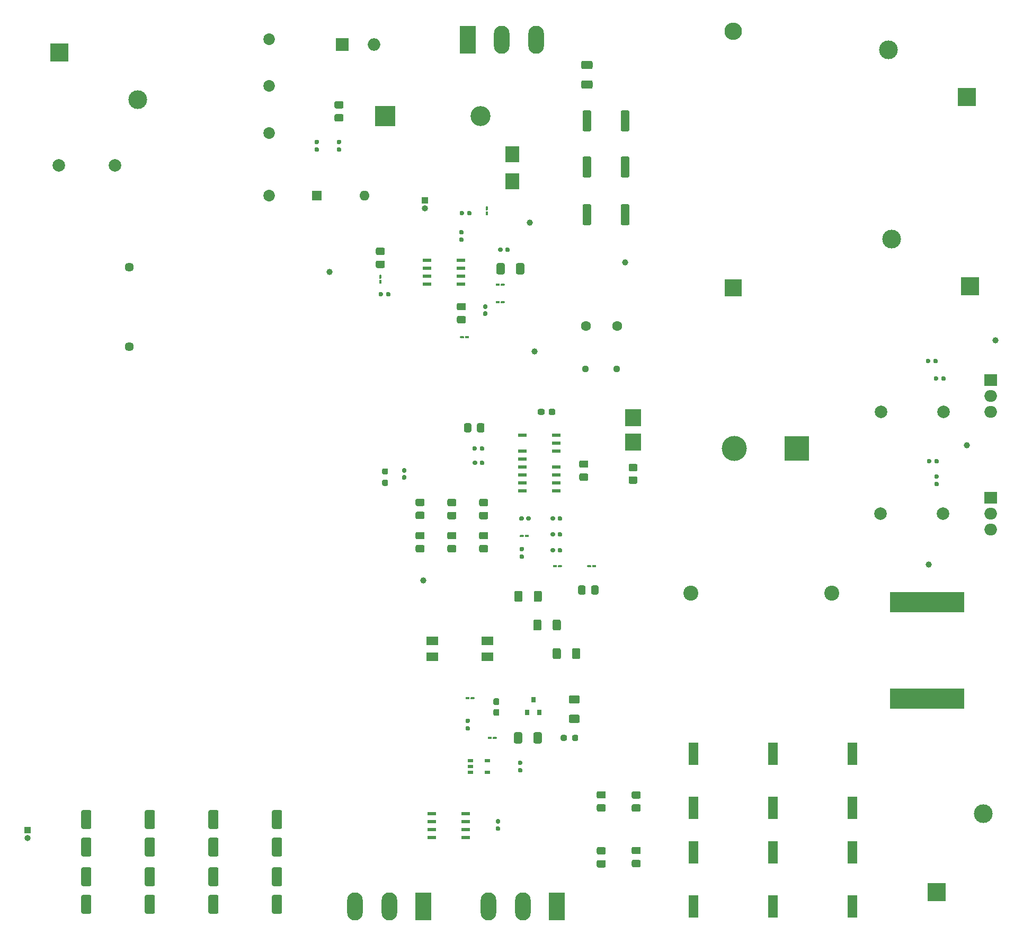
<source format=gbr>
%TF.GenerationSoftware,KiCad,Pcbnew,(5.1.8)-1*%
%TF.CreationDate,2021-03-07T20:35:29-08:00*%
%TF.ProjectId,KiCAD Simulations,4b694341-4420-4536-996d-756c6174696f,rev?*%
%TF.SameCoordinates,Original*%
%TF.FileFunction,Soldermask,Top*%
%TF.FilePolarity,Negative*%
%FSLAX46Y46*%
G04 Gerber Fmt 4.6, Leading zero omitted, Abs format (unit mm)*
G04 Created by KiCad (PCBNEW (5.1.8)-1) date 2021-03-07 20:35:29*
%MOMM*%
%LPD*%
G01*
G04 APERTURE LIST*
%ADD10C,1.000000*%
%ADD11O,1.600000X1.600000*%
%ADD12R,1.600000X1.600000*%
%ADD13C,2.000000*%
%ADD14R,11.912600X3.240799*%
%ADD15O,2.000000X2.000000*%
%ADD16R,2.000000X2.000000*%
%ADD17O,3.200000X3.200000*%
%ADD18R,3.200000X3.200000*%
%ADD19O,2.800000X2.800000*%
%ADD20R,2.800000X2.800000*%
%ADD21C,3.000000*%
%ADD22R,3.000000X3.000000*%
%ADD23O,1.000000X1.000000*%
%ADD24R,1.000000X1.000000*%
%ADD25C,1.447800*%
%ADD26R,1.492199X3.600399*%
%ADD27R,0.972299X0.508000*%
%ADD28R,1.842999X1.447000*%
%ADD29R,1.454899X0.558000*%
%ADD30R,2.500000X2.710000*%
%ADD31C,1.117600*%
%ADD32C,2.400000*%
%ADD33C,4.000000*%
%ADD34R,4.000000X4.000000*%
%ADD35O,2.500000X4.500000*%
%ADD36R,2.500000X4.500000*%
%ADD37O,2.000000X1.905000*%
%ADD38R,2.000000X1.905000*%
%ADD39R,0.800000X0.900000*%
%ADD40C,1.600000*%
%ADD41C,1.854200*%
%ADD42R,2.300000X2.500000*%
G04 APERTURE END LIST*
D10*
%TO.C,TPvsense1*%
X150114000Y-56642000D03*
%TD*%
%TO.C,TPlo1*%
X209296000Y-69088000D03*
%TD*%
%TO.C,TPisns1*%
X135636000Y-70866000D03*
%TD*%
%TO.C,TPisense1*%
X102870000Y-58166000D03*
%TD*%
%TO.C,TPhs1*%
X198628000Y-104902000D03*
%TD*%
%TO.C,TPho1*%
X204724000Y-85852000D03*
%TD*%
%TO.C,TPgate1*%
X134874000Y-50292000D03*
%TD*%
%TO.C,TPblk1*%
X117856000Y-107442000D03*
%TD*%
D11*
%TO.C,Disense1*%
X108458000Y-45974000D03*
D12*
X100838000Y-45974000D03*
%TD*%
D13*
%TO.C,Cr1*%
X190914000Y-96774000D03*
X200914000Y-96774000D03*
%TD*%
D14*
%TO.C,Lr1*%
X198374000Y-110944399D03*
X198374000Y-126291601D03*
%TD*%
D15*
%TO.C,Dstart1*%
X109982000Y-21844000D03*
D16*
X104902000Y-21844000D03*
%TD*%
D17*
%TO.C,Dboost1*%
X127000000Y-33274000D03*
D18*
X111760000Y-33274000D03*
%TD*%
D19*
%TO.C,Coutx1*%
X167386000Y-19706000D03*
D20*
X167386000Y-60706000D03*
%TD*%
%TO.C,Cout1*%
G36*
G01*
X144668001Y-25770000D02*
X143367999Y-25770000D01*
G75*
G02*
X143118000Y-25520001I0J249999D01*
G01*
X143118000Y-24694999D01*
G75*
G02*
X143367999Y-24445000I249999J0D01*
G01*
X144668001Y-24445000D01*
G75*
G02*
X144918000Y-24694999I0J-249999D01*
G01*
X144918000Y-25520001D01*
G75*
G02*
X144668001Y-25770000I-249999J0D01*
G01*
G37*
G36*
G01*
X144668001Y-28895000D02*
X143367999Y-28895000D01*
G75*
G02*
X143118000Y-28645001I0J249999D01*
G01*
X143118000Y-27819999D01*
G75*
G02*
X143367999Y-27570000I249999J0D01*
G01*
X144668001Y-27570000D01*
G75*
G02*
X144918000Y-27819999I0J-249999D01*
G01*
X144918000Y-28645001D01*
G75*
G02*
X144668001Y-28895000I-249999J0D01*
G01*
G37*
%TD*%
D21*
%TO.C,J6*%
X207398000Y-144726000D03*
D22*
X199898000Y-157226000D03*
%TD*%
D23*
%TO.C,J5*%
X54610000Y-148590000D03*
D24*
X54610000Y-147320000D03*
%TD*%
D21*
%TO.C,J4*%
X192732000Y-52952000D03*
D22*
X205232000Y-60452000D03*
%TD*%
D21*
%TO.C,J3*%
X192224000Y-22726000D03*
D22*
X204724000Y-30226000D03*
%TD*%
D23*
%TO.C,J2*%
X118110000Y-48006000D03*
D24*
X118110000Y-46736000D03*
%TD*%
D21*
%TO.C,J1*%
X72190000Y-30614000D03*
D22*
X59690000Y-23114000D03*
%TD*%
D25*
%TO.C,L1*%
X70866000Y-70104000D03*
X70866000Y-57404000D03*
%TD*%
D13*
%TO.C,Rntc1*%
X59580000Y-41148000D03*
X68580000Y-41148000D03*
%TD*%
%TO.C,Rdrv2*%
G36*
G01*
X200646000Y-75344000D02*
X200646000Y-75024000D01*
G75*
G02*
X200806000Y-74864000I160000J0D01*
G01*
X201201000Y-74864000D01*
G75*
G02*
X201361000Y-75024000I0J-160000D01*
G01*
X201361000Y-75344000D01*
G75*
G02*
X201201000Y-75504000I-160000J0D01*
G01*
X200806000Y-75504000D01*
G75*
G02*
X200646000Y-75344000I0J160000D01*
G01*
G37*
G36*
G01*
X199451000Y-75344000D02*
X199451000Y-75024000D01*
G75*
G02*
X199611000Y-74864000I160000J0D01*
G01*
X200006000Y-74864000D01*
G75*
G02*
X200166000Y-75024000I0J-160000D01*
G01*
X200166000Y-75344000D01*
G75*
G02*
X200006000Y-75504000I-160000J0D01*
G01*
X199611000Y-75504000D01*
G75*
G02*
X199451000Y-75344000I0J160000D01*
G01*
G37*
%TD*%
%TO.C,Cvcr26*%
G36*
G01*
X127983000Y-95583500D02*
X127033000Y-95583500D01*
G75*
G02*
X126783000Y-95333500I0J250000D01*
G01*
X126783000Y-94658500D01*
G75*
G02*
X127033000Y-94408500I250000J0D01*
G01*
X127983000Y-94408500D01*
G75*
G02*
X128233000Y-94658500I0J-250000D01*
G01*
X128233000Y-95333500D01*
G75*
G02*
X127983000Y-95583500I-250000J0D01*
G01*
G37*
G36*
G01*
X127983000Y-97658500D02*
X127033000Y-97658500D01*
G75*
G02*
X126783000Y-97408500I0J250000D01*
G01*
X126783000Y-96733500D01*
G75*
G02*
X127033000Y-96483500I250000J0D01*
G01*
X127983000Y-96483500D01*
G75*
G02*
X128233000Y-96733500I0J-250000D01*
G01*
X128233000Y-97408500D01*
G75*
G02*
X127983000Y-97658500I-250000J0D01*
G01*
G37*
%TD*%
%TO.C,Cvcr25*%
G36*
G01*
X122903000Y-95583500D02*
X121953000Y-95583500D01*
G75*
G02*
X121703000Y-95333500I0J250000D01*
G01*
X121703000Y-94658500D01*
G75*
G02*
X121953000Y-94408500I250000J0D01*
G01*
X122903000Y-94408500D01*
G75*
G02*
X123153000Y-94658500I0J-250000D01*
G01*
X123153000Y-95333500D01*
G75*
G02*
X122903000Y-95583500I-250000J0D01*
G01*
G37*
G36*
G01*
X122903000Y-97658500D02*
X121953000Y-97658500D01*
G75*
G02*
X121703000Y-97408500I0J250000D01*
G01*
X121703000Y-96733500D01*
G75*
G02*
X121953000Y-96483500I250000J0D01*
G01*
X122903000Y-96483500D01*
G75*
G02*
X123153000Y-96733500I0J-250000D01*
G01*
X123153000Y-97408500D01*
G75*
G02*
X122903000Y-97658500I-250000J0D01*
G01*
G37*
%TD*%
%TO.C,Cvcr24*%
G36*
G01*
X117823000Y-95562000D02*
X116873000Y-95562000D01*
G75*
G02*
X116623000Y-95312000I0J250000D01*
G01*
X116623000Y-94637000D01*
G75*
G02*
X116873000Y-94387000I250000J0D01*
G01*
X117823000Y-94387000D01*
G75*
G02*
X118073000Y-94637000I0J-250000D01*
G01*
X118073000Y-95312000D01*
G75*
G02*
X117823000Y-95562000I-250000J0D01*
G01*
G37*
G36*
G01*
X117823000Y-97637000D02*
X116873000Y-97637000D01*
G75*
G02*
X116623000Y-97387000I0J250000D01*
G01*
X116623000Y-96712000D01*
G75*
G02*
X116873000Y-96462000I250000J0D01*
G01*
X117823000Y-96462000D01*
G75*
G02*
X118073000Y-96712000I0J-250000D01*
G01*
X118073000Y-97387000D01*
G75*
G02*
X117823000Y-97637000I-250000J0D01*
G01*
G37*
%TD*%
%TO.C,Cvcr23*%
G36*
G01*
X116873000Y-101774500D02*
X117823000Y-101774500D01*
G75*
G02*
X118073000Y-102024500I0J-250000D01*
G01*
X118073000Y-102699500D01*
G75*
G02*
X117823000Y-102949500I-250000J0D01*
G01*
X116873000Y-102949500D01*
G75*
G02*
X116623000Y-102699500I0J250000D01*
G01*
X116623000Y-102024500D01*
G75*
G02*
X116873000Y-101774500I250000J0D01*
G01*
G37*
G36*
G01*
X116873000Y-99699500D02*
X117823000Y-99699500D01*
G75*
G02*
X118073000Y-99949500I0J-250000D01*
G01*
X118073000Y-100624500D01*
G75*
G02*
X117823000Y-100874500I-250000J0D01*
G01*
X116873000Y-100874500D01*
G75*
G02*
X116623000Y-100624500I0J250000D01*
G01*
X116623000Y-99949500D01*
G75*
G02*
X116873000Y-99699500I250000J0D01*
G01*
G37*
%TD*%
%TO.C,Cvcr22*%
G36*
G01*
X121953000Y-101774500D02*
X122903000Y-101774500D01*
G75*
G02*
X123153000Y-102024500I0J-250000D01*
G01*
X123153000Y-102699500D01*
G75*
G02*
X122903000Y-102949500I-250000J0D01*
G01*
X121953000Y-102949500D01*
G75*
G02*
X121703000Y-102699500I0J250000D01*
G01*
X121703000Y-102024500D01*
G75*
G02*
X121953000Y-101774500I250000J0D01*
G01*
G37*
G36*
G01*
X121953000Y-99699500D02*
X122903000Y-99699500D01*
G75*
G02*
X123153000Y-99949500I0J-250000D01*
G01*
X123153000Y-100624500D01*
G75*
G02*
X122903000Y-100874500I-250000J0D01*
G01*
X121953000Y-100874500D01*
G75*
G02*
X121703000Y-100624500I0J250000D01*
G01*
X121703000Y-99949500D01*
G75*
G02*
X121953000Y-99699500I250000J0D01*
G01*
G37*
%TD*%
%TO.C,Cvcr21*%
G36*
G01*
X127033000Y-101774500D02*
X127983000Y-101774500D01*
G75*
G02*
X128233000Y-102024500I0J-250000D01*
G01*
X128233000Y-102699500D01*
G75*
G02*
X127983000Y-102949500I-250000J0D01*
G01*
X127033000Y-102949500D01*
G75*
G02*
X126783000Y-102699500I0J250000D01*
G01*
X126783000Y-102024500D01*
G75*
G02*
X127033000Y-101774500I250000J0D01*
G01*
G37*
G36*
G01*
X127033000Y-99699500D02*
X127983000Y-99699500D01*
G75*
G02*
X128233000Y-99949500I0J-250000D01*
G01*
X128233000Y-100624500D01*
G75*
G02*
X127983000Y-100874500I-250000J0D01*
G01*
X127033000Y-100874500D01*
G75*
G02*
X126783000Y-100624500I0J250000D01*
G01*
X126783000Y-99949500D01*
G75*
G02*
X127033000Y-99699500I250000J0D01*
G01*
G37*
%TD*%
%TO.C,Cvcc28*%
G36*
G01*
X63458000Y-157672000D02*
X64558000Y-157672000D01*
G75*
G02*
X64808000Y-157922000I0J-250000D01*
G01*
X64808000Y-160422000D01*
G75*
G02*
X64558000Y-160672000I-250000J0D01*
G01*
X63458000Y-160672000D01*
G75*
G02*
X63208000Y-160422000I0J250000D01*
G01*
X63208000Y-157922000D01*
G75*
G02*
X63458000Y-157672000I250000J0D01*
G01*
G37*
G36*
G01*
X63458000Y-153272000D02*
X64558000Y-153272000D01*
G75*
G02*
X64808000Y-153522000I0J-250000D01*
G01*
X64808000Y-156022000D01*
G75*
G02*
X64558000Y-156272000I-250000J0D01*
G01*
X63458000Y-156272000D01*
G75*
G02*
X63208000Y-156022000I0J250000D01*
G01*
X63208000Y-153522000D01*
G75*
G02*
X63458000Y-153272000I250000J0D01*
G01*
G37*
%TD*%
%TO.C,Cvcc27*%
G36*
G01*
X73618000Y-157672000D02*
X74718000Y-157672000D01*
G75*
G02*
X74968000Y-157922000I0J-250000D01*
G01*
X74968000Y-160422000D01*
G75*
G02*
X74718000Y-160672000I-250000J0D01*
G01*
X73618000Y-160672000D01*
G75*
G02*
X73368000Y-160422000I0J250000D01*
G01*
X73368000Y-157922000D01*
G75*
G02*
X73618000Y-157672000I250000J0D01*
G01*
G37*
G36*
G01*
X73618000Y-153272000D02*
X74718000Y-153272000D01*
G75*
G02*
X74968000Y-153522000I0J-250000D01*
G01*
X74968000Y-156022000D01*
G75*
G02*
X74718000Y-156272000I-250000J0D01*
G01*
X73618000Y-156272000D01*
G75*
G02*
X73368000Y-156022000I0J250000D01*
G01*
X73368000Y-153522000D01*
G75*
G02*
X73618000Y-153272000I250000J0D01*
G01*
G37*
%TD*%
%TO.C,Cvcc26*%
G36*
G01*
X83778000Y-157672000D02*
X84878000Y-157672000D01*
G75*
G02*
X85128000Y-157922000I0J-250000D01*
G01*
X85128000Y-160422000D01*
G75*
G02*
X84878000Y-160672000I-250000J0D01*
G01*
X83778000Y-160672000D01*
G75*
G02*
X83528000Y-160422000I0J250000D01*
G01*
X83528000Y-157922000D01*
G75*
G02*
X83778000Y-157672000I250000J0D01*
G01*
G37*
G36*
G01*
X83778000Y-153272000D02*
X84878000Y-153272000D01*
G75*
G02*
X85128000Y-153522000I0J-250000D01*
G01*
X85128000Y-156022000D01*
G75*
G02*
X84878000Y-156272000I-250000J0D01*
G01*
X83778000Y-156272000D01*
G75*
G02*
X83528000Y-156022000I0J250000D01*
G01*
X83528000Y-153522000D01*
G75*
G02*
X83778000Y-153272000I250000J0D01*
G01*
G37*
%TD*%
%TO.C,Cvcc25*%
G36*
G01*
X93938000Y-157672000D02*
X95038000Y-157672000D01*
G75*
G02*
X95288000Y-157922000I0J-250000D01*
G01*
X95288000Y-160422000D01*
G75*
G02*
X95038000Y-160672000I-250000J0D01*
G01*
X93938000Y-160672000D01*
G75*
G02*
X93688000Y-160422000I0J250000D01*
G01*
X93688000Y-157922000D01*
G75*
G02*
X93938000Y-157672000I250000J0D01*
G01*
G37*
G36*
G01*
X93938000Y-153272000D02*
X95038000Y-153272000D01*
G75*
G02*
X95288000Y-153522000I0J-250000D01*
G01*
X95288000Y-156022000D01*
G75*
G02*
X95038000Y-156272000I-250000J0D01*
G01*
X93938000Y-156272000D01*
G75*
G02*
X93688000Y-156022000I0J250000D01*
G01*
X93688000Y-153522000D01*
G75*
G02*
X93938000Y-153272000I250000J0D01*
G01*
G37*
%TD*%
%TO.C,Cvcc24*%
G36*
G01*
X95038000Y-147128000D02*
X93938000Y-147128000D01*
G75*
G02*
X93688000Y-146878000I0J250000D01*
G01*
X93688000Y-144378000D01*
G75*
G02*
X93938000Y-144128000I250000J0D01*
G01*
X95038000Y-144128000D01*
G75*
G02*
X95288000Y-144378000I0J-250000D01*
G01*
X95288000Y-146878000D01*
G75*
G02*
X95038000Y-147128000I-250000J0D01*
G01*
G37*
G36*
G01*
X95038000Y-151528000D02*
X93938000Y-151528000D01*
G75*
G02*
X93688000Y-151278000I0J250000D01*
G01*
X93688000Y-148778000D01*
G75*
G02*
X93938000Y-148528000I250000J0D01*
G01*
X95038000Y-148528000D01*
G75*
G02*
X95288000Y-148778000I0J-250000D01*
G01*
X95288000Y-151278000D01*
G75*
G02*
X95038000Y-151528000I-250000J0D01*
G01*
G37*
%TD*%
%TO.C,Cvcc23*%
G36*
G01*
X84878000Y-147128000D02*
X83778000Y-147128000D01*
G75*
G02*
X83528000Y-146878000I0J250000D01*
G01*
X83528000Y-144378000D01*
G75*
G02*
X83778000Y-144128000I250000J0D01*
G01*
X84878000Y-144128000D01*
G75*
G02*
X85128000Y-144378000I0J-250000D01*
G01*
X85128000Y-146878000D01*
G75*
G02*
X84878000Y-147128000I-250000J0D01*
G01*
G37*
G36*
G01*
X84878000Y-151528000D02*
X83778000Y-151528000D01*
G75*
G02*
X83528000Y-151278000I0J250000D01*
G01*
X83528000Y-148778000D01*
G75*
G02*
X83778000Y-148528000I250000J0D01*
G01*
X84878000Y-148528000D01*
G75*
G02*
X85128000Y-148778000I0J-250000D01*
G01*
X85128000Y-151278000D01*
G75*
G02*
X84878000Y-151528000I-250000J0D01*
G01*
G37*
%TD*%
%TO.C,Cvcc22*%
G36*
G01*
X74718000Y-147128000D02*
X73618000Y-147128000D01*
G75*
G02*
X73368000Y-146878000I0J250000D01*
G01*
X73368000Y-144378000D01*
G75*
G02*
X73618000Y-144128000I250000J0D01*
G01*
X74718000Y-144128000D01*
G75*
G02*
X74968000Y-144378000I0J-250000D01*
G01*
X74968000Y-146878000D01*
G75*
G02*
X74718000Y-147128000I-250000J0D01*
G01*
G37*
G36*
G01*
X74718000Y-151528000D02*
X73618000Y-151528000D01*
G75*
G02*
X73368000Y-151278000I0J250000D01*
G01*
X73368000Y-148778000D01*
G75*
G02*
X73618000Y-148528000I250000J0D01*
G01*
X74718000Y-148528000D01*
G75*
G02*
X74968000Y-148778000I0J-250000D01*
G01*
X74968000Y-151278000D01*
G75*
G02*
X74718000Y-151528000I-250000J0D01*
G01*
G37*
%TD*%
%TO.C,Cvcc21*%
G36*
G01*
X64558000Y-147128000D02*
X63458000Y-147128000D01*
G75*
G02*
X63208000Y-146878000I0J250000D01*
G01*
X63208000Y-144378000D01*
G75*
G02*
X63458000Y-144128000I250000J0D01*
G01*
X64558000Y-144128000D01*
G75*
G02*
X64808000Y-144378000I0J-250000D01*
G01*
X64808000Y-146878000D01*
G75*
G02*
X64558000Y-147128000I-250000J0D01*
G01*
G37*
G36*
G01*
X64558000Y-151528000D02*
X63458000Y-151528000D01*
G75*
G02*
X63208000Y-151278000I0J250000D01*
G01*
X63208000Y-148778000D01*
G75*
G02*
X63458000Y-148528000I250000J0D01*
G01*
X64558000Y-148528000D01*
G75*
G02*
X64808000Y-148778000I0J-250000D01*
G01*
X64808000Y-151278000D01*
G75*
G02*
X64558000Y-151528000I-250000J0D01*
G01*
G37*
%TD*%
%TO.C,Css13*%
G36*
G01*
X138932500Y-102461000D02*
X138932500Y-102771000D01*
G75*
G02*
X138777500Y-102926000I-155000J0D01*
G01*
X138352500Y-102926000D01*
G75*
G02*
X138197500Y-102771000I0J155000D01*
G01*
X138197500Y-102461000D01*
G75*
G02*
X138352500Y-102306000I155000J0D01*
G01*
X138777500Y-102306000D01*
G75*
G02*
X138932500Y-102461000I0J-155000D01*
G01*
G37*
G36*
G01*
X140067500Y-102461000D02*
X140067500Y-102771000D01*
G75*
G02*
X139912500Y-102926000I-155000J0D01*
G01*
X139487500Y-102926000D01*
G75*
G02*
X139332500Y-102771000I0J155000D01*
G01*
X139332500Y-102461000D01*
G75*
G02*
X139487500Y-102306000I155000J0D01*
G01*
X139912500Y-102306000D01*
G75*
G02*
X140067500Y-102461000I0J-155000D01*
G01*
G37*
%TD*%
%TO.C,Css12*%
G36*
G01*
X138932500Y-99921000D02*
X138932500Y-100231000D01*
G75*
G02*
X138777500Y-100386000I-155000J0D01*
G01*
X138352500Y-100386000D01*
G75*
G02*
X138197500Y-100231000I0J155000D01*
G01*
X138197500Y-99921000D01*
G75*
G02*
X138352500Y-99766000I155000J0D01*
G01*
X138777500Y-99766000D01*
G75*
G02*
X138932500Y-99921000I0J-155000D01*
G01*
G37*
G36*
G01*
X140067500Y-99921000D02*
X140067500Y-100231000D01*
G75*
G02*
X139912500Y-100386000I-155000J0D01*
G01*
X139487500Y-100386000D01*
G75*
G02*
X139332500Y-100231000I0J155000D01*
G01*
X139332500Y-99921000D01*
G75*
G02*
X139487500Y-99766000I155000J0D01*
G01*
X139912500Y-99766000D01*
G75*
G02*
X140067500Y-99921000I0J-155000D01*
G01*
G37*
%TD*%
%TO.C,Css11*%
G36*
G01*
X138932500Y-97381000D02*
X138932500Y-97691000D01*
G75*
G02*
X138777500Y-97846000I-155000J0D01*
G01*
X138352500Y-97846000D01*
G75*
G02*
X138197500Y-97691000I0J155000D01*
G01*
X138197500Y-97381000D01*
G75*
G02*
X138352500Y-97226000I155000J0D01*
G01*
X138777500Y-97226000D01*
G75*
G02*
X138932500Y-97381000I0J-155000D01*
G01*
G37*
G36*
G01*
X140067500Y-97381000D02*
X140067500Y-97691000D01*
G75*
G02*
X139912500Y-97846000I-155000J0D01*
G01*
X139487500Y-97846000D01*
G75*
G02*
X139332500Y-97691000I0J155000D01*
G01*
X139332500Y-97381000D01*
G75*
G02*
X139487500Y-97226000I155000J0D01*
G01*
X139912500Y-97226000D01*
G75*
G02*
X140067500Y-97381000I0J-155000D01*
G01*
G37*
%TD*%
%TO.C,Coutx24*%
G36*
G01*
X146779000Y-151209500D02*
X145829000Y-151209500D01*
G75*
G02*
X145579000Y-150959500I0J250000D01*
G01*
X145579000Y-150284500D01*
G75*
G02*
X145829000Y-150034500I250000J0D01*
G01*
X146779000Y-150034500D01*
G75*
G02*
X147029000Y-150284500I0J-250000D01*
G01*
X147029000Y-150959500D01*
G75*
G02*
X146779000Y-151209500I-250000J0D01*
G01*
G37*
G36*
G01*
X146779000Y-153284500D02*
X145829000Y-153284500D01*
G75*
G02*
X145579000Y-153034500I0J250000D01*
G01*
X145579000Y-152359500D01*
G75*
G02*
X145829000Y-152109500I250000J0D01*
G01*
X146779000Y-152109500D01*
G75*
G02*
X147029000Y-152359500I0J-250000D01*
G01*
X147029000Y-153034500D01*
G75*
G02*
X146779000Y-153284500I-250000J0D01*
G01*
G37*
%TD*%
%TO.C,Coutx23*%
G36*
G01*
X145829000Y-143176500D02*
X146779000Y-143176500D01*
G75*
G02*
X147029000Y-143426500I0J-250000D01*
G01*
X147029000Y-144101500D01*
G75*
G02*
X146779000Y-144351500I-250000J0D01*
G01*
X145829000Y-144351500D01*
G75*
G02*
X145579000Y-144101500I0J250000D01*
G01*
X145579000Y-143426500D01*
G75*
G02*
X145829000Y-143176500I250000J0D01*
G01*
G37*
G36*
G01*
X145829000Y-141101500D02*
X146779000Y-141101500D01*
G75*
G02*
X147029000Y-141351500I0J-250000D01*
G01*
X147029000Y-142026500D01*
G75*
G02*
X146779000Y-142276500I-250000J0D01*
G01*
X145829000Y-142276500D01*
G75*
G02*
X145579000Y-142026500I0J250000D01*
G01*
X145579000Y-141351500D01*
G75*
G02*
X145829000Y-141101500I250000J0D01*
G01*
G37*
%TD*%
%TO.C,Coutx21*%
G36*
G01*
X152367000Y-151166500D02*
X151417000Y-151166500D01*
G75*
G02*
X151167000Y-150916500I0J250000D01*
G01*
X151167000Y-150241500D01*
G75*
G02*
X151417000Y-149991500I250000J0D01*
G01*
X152367000Y-149991500D01*
G75*
G02*
X152617000Y-150241500I0J-250000D01*
G01*
X152617000Y-150916500D01*
G75*
G02*
X152367000Y-151166500I-250000J0D01*
G01*
G37*
G36*
G01*
X152367000Y-153241500D02*
X151417000Y-153241500D01*
G75*
G02*
X151167000Y-152991500I0J250000D01*
G01*
X151167000Y-152316500D01*
G75*
G02*
X151417000Y-152066500I250000J0D01*
G01*
X152367000Y-152066500D01*
G75*
G02*
X152617000Y-152316500I0J-250000D01*
G01*
X152617000Y-152991500D01*
G75*
G02*
X152367000Y-153241500I-250000J0D01*
G01*
G37*
%TD*%
D26*
%TO.C,Cout26*%
X161036000Y-150893500D03*
X161036000Y-159494500D03*
%TD*%
%TO.C,Cout25*%
X186436000Y-150893500D03*
X186436000Y-159494500D03*
%TD*%
%TO.C,Cout24*%
X173736000Y-150893500D03*
X173736000Y-159494500D03*
%TD*%
%TO.C,Cout23*%
X161036000Y-143746500D03*
X161036000Y-135145500D03*
%TD*%
%TO.C,Cout22*%
X173736000Y-143746500D03*
X173736000Y-135145500D03*
%TD*%
%TO.C,Cout21*%
X186436000Y-143746500D03*
X186436000Y-135145500D03*
%TD*%
D27*
%TO.C,UVR1*%
X128108451Y-136209999D03*
X128108451Y-138110001D03*
X125383549Y-138110001D03*
X125383549Y-137160000D03*
X125383549Y-136209999D03*
%TD*%
D28*
%TO.C,UO1*%
X128130300Y-117094000D03*
X128130300Y-119634000D03*
X119265700Y-119634000D03*
X119265700Y-117094000D03*
%TD*%
D29*
%TO.C,U2LLC1*%
X119198652Y-148463000D03*
X119198652Y-147193000D03*
X119198652Y-145923000D03*
X119198652Y-144653000D03*
X124641348Y-144653000D03*
X124641348Y-145923000D03*
X124641348Y-147193000D03*
X124641348Y-148463000D03*
%TD*%
%TO.C,U1LLC1*%
X139119348Y-84201000D03*
X139119348Y-85471000D03*
X139119348Y-86741000D03*
X139119348Y-89281000D03*
X139119348Y-90551000D03*
X139119348Y-91821000D03*
X139119348Y-93091000D03*
X133676652Y-93091000D03*
X133676652Y-91821000D03*
X133676652Y-90551000D03*
X133676652Y-89281000D03*
X133676652Y-88011000D03*
X133676652Y-86741000D03*
X133676652Y-84201000D03*
%TD*%
%TO.C,Rlimit1*%
G36*
G01*
X142611000Y-127090000D02*
X141361000Y-127090000D01*
G75*
G02*
X141111000Y-126840000I0J250000D01*
G01*
X141111000Y-126040000D01*
G75*
G02*
X141361000Y-125790000I250000J0D01*
G01*
X142611000Y-125790000D01*
G75*
G02*
X142861000Y-126040000I0J-250000D01*
G01*
X142861000Y-126840000D01*
G75*
G02*
X142611000Y-127090000I-250000J0D01*
G01*
G37*
G36*
G01*
X142611000Y-130190000D02*
X141361000Y-130190000D01*
G75*
G02*
X141111000Y-129940000I0J250000D01*
G01*
X141111000Y-129140000D01*
G75*
G02*
X141361000Y-128890000I250000J0D01*
G01*
X142611000Y-128890000D01*
G75*
G02*
X142861000Y-129140000I0J-250000D01*
G01*
X142861000Y-129940000D01*
G75*
G02*
X142611000Y-130190000I-250000J0D01*
G01*
G37*
%TD*%
%TO.C,Rled1*%
G36*
G01*
X125232500Y-126138000D02*
X125232500Y-126338000D01*
G75*
G02*
X125132500Y-126438000I-100000J0D01*
G01*
X124697500Y-126438000D01*
G75*
G02*
X124597500Y-126338000I0J100000D01*
G01*
X124597500Y-126138000D01*
G75*
G02*
X124697500Y-126038000I100000J0D01*
G01*
X125132500Y-126038000D01*
G75*
G02*
X125232500Y-126138000I0J-100000D01*
G01*
G37*
G36*
G01*
X126047500Y-126138000D02*
X126047500Y-126338000D01*
G75*
G02*
X125947500Y-126438000I-100000J0D01*
G01*
X125512500Y-126438000D01*
G75*
G02*
X125412500Y-126338000I0J100000D01*
G01*
X125412500Y-126138000D01*
G75*
G02*
X125512500Y-126038000I100000J0D01*
G01*
X125947500Y-126038000D01*
G75*
G02*
X126047500Y-126138000I0J-100000D01*
G01*
G37*
%TD*%
%TO.C,Risns1*%
G36*
G01*
X111522500Y-91357000D02*
X111997500Y-91357000D01*
G75*
G02*
X112235000Y-91594500I0J-237500D01*
G01*
X112235000Y-92094500D01*
G75*
G02*
X111997500Y-92332000I-237500J0D01*
G01*
X111522500Y-92332000D01*
G75*
G02*
X111285000Y-92094500I0J237500D01*
G01*
X111285000Y-91594500D01*
G75*
G02*
X111522500Y-91357000I237500J0D01*
G01*
G37*
G36*
G01*
X111522500Y-89532000D02*
X111997500Y-89532000D01*
G75*
G02*
X112235000Y-89769500I0J-237500D01*
G01*
X112235000Y-90269500D01*
G75*
G02*
X111997500Y-90507000I-237500J0D01*
G01*
X111522500Y-90507000D01*
G75*
G02*
X111285000Y-90269500I0J237500D01*
G01*
X111285000Y-89769500D01*
G75*
G02*
X111522500Y-89532000I237500J0D01*
G01*
G37*
%TD*%
%TO.C,Rfbt4*%
G36*
G01*
X140799000Y-132350500D02*
X140799000Y-132825500D01*
G75*
G02*
X140561500Y-133063000I-237500J0D01*
G01*
X140061500Y-133063000D01*
G75*
G02*
X139824000Y-132825500I0J237500D01*
G01*
X139824000Y-132350500D01*
G75*
G02*
X140061500Y-132113000I237500J0D01*
G01*
X140561500Y-132113000D01*
G75*
G02*
X140799000Y-132350500I0J-237500D01*
G01*
G37*
G36*
G01*
X142624000Y-132350500D02*
X142624000Y-132825500D01*
G75*
G02*
X142386500Y-133063000I-237500J0D01*
G01*
X141886500Y-133063000D01*
G75*
G02*
X141649000Y-132825500I0J237500D01*
G01*
X141649000Y-132350500D01*
G75*
G02*
X141886500Y-132113000I237500J0D01*
G01*
X142386500Y-132113000D01*
G75*
G02*
X142624000Y-132350500I0J-237500D01*
G01*
G37*
%TD*%
%TO.C,Rfbb2*%
G36*
G01*
X133510000Y-136920000D02*
X133190000Y-136920000D01*
G75*
G02*
X133030000Y-136760000I0J160000D01*
G01*
X133030000Y-136365000D01*
G75*
G02*
X133190000Y-136205000I160000J0D01*
G01*
X133510000Y-136205000D01*
G75*
G02*
X133670000Y-136365000I0J-160000D01*
G01*
X133670000Y-136760000D01*
G75*
G02*
X133510000Y-136920000I-160000J0D01*
G01*
G37*
G36*
G01*
X133510000Y-138115000D02*
X133190000Y-138115000D01*
G75*
G02*
X133030000Y-137955000I0J160000D01*
G01*
X133030000Y-137560000D01*
G75*
G02*
X133190000Y-137400000I160000J0D01*
G01*
X133510000Y-137400000D01*
G75*
G02*
X133670000Y-137560000I0J-160000D01*
G01*
X133670000Y-137955000D01*
G75*
G02*
X133510000Y-138115000I-160000J0D01*
G01*
G37*
%TD*%
%TO.C,Rcomp2*%
G36*
G01*
X128788500Y-132488000D02*
X128788500Y-132688000D01*
G75*
G02*
X128688500Y-132788000I-100000J0D01*
G01*
X128253500Y-132788000D01*
G75*
G02*
X128153500Y-132688000I0J100000D01*
G01*
X128153500Y-132488000D01*
G75*
G02*
X128253500Y-132388000I100000J0D01*
G01*
X128688500Y-132388000D01*
G75*
G02*
X128788500Y-132488000I0J-100000D01*
G01*
G37*
G36*
G01*
X129603500Y-132488000D02*
X129603500Y-132688000D01*
G75*
G02*
X129503500Y-132788000I-100000J0D01*
G01*
X129068500Y-132788000D01*
G75*
G02*
X128968500Y-132688000I0J100000D01*
G01*
X128968500Y-132488000D01*
G75*
G02*
X129068500Y-132388000I100000J0D01*
G01*
X129503500Y-132388000D01*
G75*
G02*
X129603500Y-132488000I0J-100000D01*
G01*
G37*
%TD*%
%TO.C,Rbias1*%
G36*
G01*
X125128000Y-130226500D02*
X124808000Y-130226500D01*
G75*
G02*
X124648000Y-130066500I0J160000D01*
G01*
X124648000Y-129671500D01*
G75*
G02*
X124808000Y-129511500I160000J0D01*
G01*
X125128000Y-129511500D01*
G75*
G02*
X125288000Y-129671500I0J-160000D01*
G01*
X125288000Y-130066500D01*
G75*
G02*
X125128000Y-130226500I-160000J0D01*
G01*
G37*
G36*
G01*
X125128000Y-131421500D02*
X124808000Y-131421500D01*
G75*
G02*
X124648000Y-131261500I0J160000D01*
G01*
X124648000Y-130866500D01*
G75*
G02*
X124808000Y-130706500I160000J0D01*
G01*
X125128000Y-130706500D01*
G75*
G02*
X125288000Y-130866500I0J-160000D01*
G01*
X125288000Y-131261500D01*
G75*
G02*
X125128000Y-131421500I-160000J0D01*
G01*
G37*
%TD*%
D30*
%TO.C,Dboot1*%
X151384000Y-85344000D03*
X151384000Y-81464000D03*
%TD*%
%TO.C,Cz1*%
G36*
G01*
X129302500Y-127986500D02*
X129777500Y-127986500D01*
G75*
G02*
X130015000Y-128224000I0J-237500D01*
G01*
X130015000Y-128824000D01*
G75*
G02*
X129777500Y-129061500I-237500J0D01*
G01*
X129302500Y-129061500D01*
G75*
G02*
X129065000Y-128824000I0J237500D01*
G01*
X129065000Y-128224000D01*
G75*
G02*
X129302500Y-127986500I237500J0D01*
G01*
G37*
G36*
G01*
X129302500Y-126261500D02*
X129777500Y-126261500D01*
G75*
G02*
X130015000Y-126499000I0J-237500D01*
G01*
X130015000Y-127099000D01*
G75*
G02*
X129777500Y-127336500I-237500J0D01*
G01*
X129302500Y-127336500D01*
G75*
G02*
X129065000Y-127099000I0J237500D01*
G01*
X129065000Y-126499000D01*
G75*
G02*
X129302500Y-126261500I237500J0D01*
G01*
G37*
%TD*%
D13*
%TO.C,Cr2*%
X201008000Y-80518000D03*
X191008000Y-80518000D03*
%TD*%
%TO.C,Coutx22*%
G36*
G01*
X151417000Y-143198000D02*
X152367000Y-143198000D01*
G75*
G02*
X152617000Y-143448000I0J-250000D01*
G01*
X152617000Y-144123000D01*
G75*
G02*
X152367000Y-144373000I-250000J0D01*
G01*
X151417000Y-144373000D01*
G75*
G02*
X151167000Y-144123000I0J250000D01*
G01*
X151167000Y-143448000D01*
G75*
G02*
X151417000Y-143198000I250000J0D01*
G01*
G37*
G36*
G01*
X151417000Y-141123000D02*
X152367000Y-141123000D01*
G75*
G02*
X152617000Y-141373000I0J-250000D01*
G01*
X152617000Y-142048000D01*
G75*
G02*
X152367000Y-142298000I-250000J0D01*
G01*
X151417000Y-142298000D01*
G75*
G02*
X151167000Y-142048000I0J250000D01*
G01*
X151167000Y-141373000D01*
G75*
G02*
X151417000Y-141123000I250000J0D01*
G01*
G37*
%TD*%
D31*
%TO.C,Cisns2*%
X148804000Y-73660000D03*
X143804000Y-73660000D03*
%TD*%
D32*
%TO.C,Cinx1*%
X160634000Y-109474000D03*
X183134000Y-109474000D03*
%TD*%
D33*
%TO.C,Cin2*%
X167546000Y-86360000D03*
D34*
X177546000Y-86360000D03*
%TD*%
%TO.C,Ccomp3*%
G36*
G01*
X133681500Y-131937999D02*
X133681500Y-133238001D01*
G75*
G02*
X133431501Y-133488000I-249999J0D01*
G01*
X132606499Y-133488000D01*
G75*
G02*
X132356500Y-133238001I0J249999D01*
G01*
X132356500Y-131937999D01*
G75*
G02*
X132606499Y-131688000I249999J0D01*
G01*
X133431501Y-131688000D01*
G75*
G02*
X133681500Y-131937999I0J-249999D01*
G01*
G37*
G36*
G01*
X136806500Y-131937999D02*
X136806500Y-133238001D01*
G75*
G02*
X136556501Y-133488000I-249999J0D01*
G01*
X135731499Y-133488000D01*
G75*
G02*
X135481500Y-133238001I0J249999D01*
G01*
X135481500Y-131937999D01*
G75*
G02*
X135731499Y-131688000I249999J0D01*
G01*
X136556501Y-131688000D01*
G75*
G02*
X136806500Y-131937999I0J-249999D01*
G01*
G37*
%TD*%
%TO.C,Cboot1*%
G36*
G01*
X137242500Y-80280500D02*
X137242500Y-80755500D01*
G75*
G02*
X137005000Y-80993000I-237500J0D01*
G01*
X136405000Y-80993000D01*
G75*
G02*
X136167500Y-80755500I0J237500D01*
G01*
X136167500Y-80280500D01*
G75*
G02*
X136405000Y-80043000I237500J0D01*
G01*
X137005000Y-80043000D01*
G75*
G02*
X137242500Y-80280500I0J-237500D01*
G01*
G37*
G36*
G01*
X138967500Y-80280500D02*
X138967500Y-80755500D01*
G75*
G02*
X138730000Y-80993000I-237500J0D01*
G01*
X138130000Y-80993000D01*
G75*
G02*
X137892500Y-80755500I0J237500D01*
G01*
X137892500Y-80280500D01*
G75*
G02*
X138130000Y-80043000I237500J0D01*
G01*
X138730000Y-80043000D01*
G75*
G02*
X138967500Y-80280500I0J-237500D01*
G01*
G37*
%TD*%
%TO.C,Rvcc2*%
G36*
G01*
X139202500Y-105056000D02*
X139202500Y-105256000D01*
G75*
G02*
X139102500Y-105356000I-100000J0D01*
G01*
X138667500Y-105356000D01*
G75*
G02*
X138567500Y-105256000I0J100000D01*
G01*
X138567500Y-105056000D01*
G75*
G02*
X138667500Y-104956000I100000J0D01*
G01*
X139102500Y-104956000D01*
G75*
G02*
X139202500Y-105056000I0J-100000D01*
G01*
G37*
G36*
G01*
X140017500Y-105056000D02*
X140017500Y-105256000D01*
G75*
G02*
X139917500Y-105356000I-100000J0D01*
G01*
X139482500Y-105356000D01*
G75*
G02*
X139382500Y-105256000I0J100000D01*
G01*
X139382500Y-105056000D01*
G75*
G02*
X139482500Y-104956000I100000J0D01*
G01*
X139917500Y-104956000D01*
G75*
G02*
X140017500Y-105056000I0J-100000D01*
G01*
G37*
%TD*%
%TO.C,Rvcc1*%
G36*
G01*
X144690000Y-105056000D02*
X144690000Y-105256000D01*
G75*
G02*
X144590000Y-105356000I-100000J0D01*
G01*
X144155000Y-105356000D01*
G75*
G02*
X144055000Y-105256000I0J100000D01*
G01*
X144055000Y-105056000D01*
G75*
G02*
X144155000Y-104956000I100000J0D01*
G01*
X144590000Y-104956000D01*
G75*
G02*
X144690000Y-105056000I0J-100000D01*
G01*
G37*
G36*
G01*
X145505000Y-105056000D02*
X145505000Y-105256000D01*
G75*
G02*
X145405000Y-105356000I-100000J0D01*
G01*
X144970000Y-105356000D01*
G75*
G02*
X144870000Y-105256000I0J100000D01*
G01*
X144870000Y-105056000D01*
G75*
G02*
X144970000Y-104956000I100000J0D01*
G01*
X145405000Y-104956000D01*
G75*
G02*
X145505000Y-105056000I0J-100000D01*
G01*
G37*
%TD*%
%TO.C,Rho1*%
G36*
G01*
X199540500Y-88552000D02*
X199540500Y-88232000D01*
G75*
G02*
X199700500Y-88072000I160000J0D01*
G01*
X200095500Y-88072000D01*
G75*
G02*
X200255500Y-88232000I0J-160000D01*
G01*
X200255500Y-88552000D01*
G75*
G02*
X200095500Y-88712000I-160000J0D01*
G01*
X199700500Y-88712000D01*
G75*
G02*
X199540500Y-88552000I0J160000D01*
G01*
G37*
G36*
G01*
X198345500Y-88552000D02*
X198345500Y-88232000D01*
G75*
G02*
X198505500Y-88072000I160000J0D01*
G01*
X198900500Y-88072000D01*
G75*
G02*
X199060500Y-88232000I0J-160000D01*
G01*
X199060500Y-88552000D01*
G75*
G02*
X198900500Y-88712000I-160000J0D01*
G01*
X198505500Y-88712000D01*
G75*
G02*
X198345500Y-88552000I0J160000D01*
G01*
G37*
%TD*%
%TO.C,Rlo1*%
G36*
G01*
X199376000Y-72550000D02*
X199376000Y-72230000D01*
G75*
G02*
X199536000Y-72070000I160000J0D01*
G01*
X199931000Y-72070000D01*
G75*
G02*
X200091000Y-72230000I0J-160000D01*
G01*
X200091000Y-72550000D01*
G75*
G02*
X199931000Y-72710000I-160000J0D01*
G01*
X199536000Y-72710000D01*
G75*
G02*
X199376000Y-72550000I0J160000D01*
G01*
G37*
G36*
G01*
X198181000Y-72550000D02*
X198181000Y-72230000D01*
G75*
G02*
X198341000Y-72070000I160000J0D01*
G01*
X198736000Y-72070000D01*
G75*
G02*
X198896000Y-72230000I0J-160000D01*
G01*
X198896000Y-72550000D01*
G75*
G02*
X198736000Y-72710000I-160000J0D01*
G01*
X198341000Y-72710000D01*
G75*
G02*
X198181000Y-72550000I0J160000D01*
G01*
G37*
%TD*%
%TO.C,Rdrv1*%
G36*
G01*
X199738000Y-91680000D02*
X200058000Y-91680000D01*
G75*
G02*
X200218000Y-91840000I0J-160000D01*
G01*
X200218000Y-92235000D01*
G75*
G02*
X200058000Y-92395000I-160000J0D01*
G01*
X199738000Y-92395000D01*
G75*
G02*
X199578000Y-92235000I0J160000D01*
G01*
X199578000Y-91840000D01*
G75*
G02*
X199738000Y-91680000I160000J0D01*
G01*
G37*
G36*
G01*
X199738000Y-90485000D02*
X200058000Y-90485000D01*
G75*
G02*
X200218000Y-90645000I0J-160000D01*
G01*
X200218000Y-91040000D01*
G75*
G02*
X200058000Y-91200000I-160000J0D01*
G01*
X199738000Y-91200000D01*
G75*
G02*
X199578000Y-91040000I0J160000D01*
G01*
X199578000Y-90645000D01*
G75*
G02*
X199738000Y-90485000I160000J0D01*
G01*
G37*
%TD*%
%TO.C,Rbw2*%
G36*
G01*
X134101500Y-100430000D02*
X134101500Y-100230000D01*
G75*
G02*
X134201500Y-100130000I100000J0D01*
G01*
X134636500Y-100130000D01*
G75*
G02*
X134736500Y-100230000I0J-100000D01*
G01*
X134736500Y-100430000D01*
G75*
G02*
X134636500Y-100530000I-100000J0D01*
G01*
X134201500Y-100530000D01*
G75*
G02*
X134101500Y-100430000I0J100000D01*
G01*
G37*
G36*
G01*
X133286500Y-100430000D02*
X133286500Y-100230000D01*
G75*
G02*
X133386500Y-100130000I100000J0D01*
G01*
X133821500Y-100130000D01*
G75*
G02*
X133921500Y-100230000I0J-100000D01*
G01*
X133921500Y-100430000D01*
G75*
G02*
X133821500Y-100530000I-100000J0D01*
G01*
X133386500Y-100530000D01*
G75*
G02*
X133286500Y-100430000I0J100000D01*
G01*
G37*
%TD*%
%TO.C,Rbw1*%
G36*
G01*
X133764000Y-102794500D02*
X133444000Y-102794500D01*
G75*
G02*
X133284000Y-102634500I0J160000D01*
G01*
X133284000Y-102239500D01*
G75*
G02*
X133444000Y-102079500I160000J0D01*
G01*
X133764000Y-102079500D01*
G75*
G02*
X133924000Y-102239500I0J-160000D01*
G01*
X133924000Y-102634500D01*
G75*
G02*
X133764000Y-102794500I-160000J0D01*
G01*
G37*
G36*
G01*
X133764000Y-103989500D02*
X133444000Y-103989500D01*
G75*
G02*
X133284000Y-103829500I0J160000D01*
G01*
X133284000Y-103434500D01*
G75*
G02*
X133444000Y-103274500I160000J0D01*
G01*
X133764000Y-103274500D01*
G75*
G02*
X133924000Y-103434500I0J-160000D01*
G01*
X133924000Y-103829500D01*
G75*
G02*
X133764000Y-103989500I-160000J0D01*
G01*
G37*
%TD*%
%TO.C,Rboot1*%
G36*
G01*
X150933999Y-90808000D02*
X151834001Y-90808000D01*
G75*
G02*
X152084000Y-91057999I0J-249999D01*
G01*
X152084000Y-91758001D01*
G75*
G02*
X151834001Y-92008000I-249999J0D01*
G01*
X150933999Y-92008000D01*
G75*
G02*
X150684000Y-91758001I0J249999D01*
G01*
X150684000Y-91057999D01*
G75*
G02*
X150933999Y-90808000I249999J0D01*
G01*
G37*
G36*
G01*
X150933999Y-88808000D02*
X151834001Y-88808000D01*
G75*
G02*
X152084000Y-89057999I0J-249999D01*
G01*
X152084000Y-89758001D01*
G75*
G02*
X151834001Y-90008000I-249999J0D01*
G01*
X150933999Y-90008000D01*
G75*
G02*
X150684000Y-89758001I0J249999D01*
G01*
X150684000Y-89057999D01*
G75*
G02*
X150933999Y-88808000I249999J0D01*
G01*
G37*
%TD*%
%TO.C,R28*%
G36*
G01*
X136742000Y-113929000D02*
X136742000Y-115179000D01*
G75*
G02*
X136492000Y-115429000I-250000J0D01*
G01*
X135692000Y-115429000D01*
G75*
G02*
X135442000Y-115179000I0J250000D01*
G01*
X135442000Y-113929000D01*
G75*
G02*
X135692000Y-113679000I250000J0D01*
G01*
X136492000Y-113679000D01*
G75*
G02*
X136742000Y-113929000I0J-250000D01*
G01*
G37*
G36*
G01*
X139842000Y-113929000D02*
X139842000Y-115179000D01*
G75*
G02*
X139592000Y-115429000I-250000J0D01*
G01*
X138792000Y-115429000D01*
G75*
G02*
X138542000Y-115179000I0J250000D01*
G01*
X138542000Y-113929000D01*
G75*
G02*
X138792000Y-113679000I250000J0D01*
G01*
X139592000Y-113679000D01*
G75*
G02*
X139842000Y-113929000I0J-250000D01*
G01*
G37*
%TD*%
%TO.C,R27*%
G36*
G01*
X133720000Y-109357000D02*
X133720000Y-110607000D01*
G75*
G02*
X133470000Y-110857000I-250000J0D01*
G01*
X132670000Y-110857000D01*
G75*
G02*
X132420000Y-110607000I0J250000D01*
G01*
X132420000Y-109357000D01*
G75*
G02*
X132670000Y-109107000I250000J0D01*
G01*
X133470000Y-109107000D01*
G75*
G02*
X133720000Y-109357000I0J-250000D01*
G01*
G37*
G36*
G01*
X136820000Y-109357000D02*
X136820000Y-110607000D01*
G75*
G02*
X136570000Y-110857000I-250000J0D01*
G01*
X135770000Y-110857000D01*
G75*
G02*
X135520000Y-110607000I0J250000D01*
G01*
X135520000Y-109357000D01*
G75*
G02*
X135770000Y-109107000I250000J0D01*
G01*
X136570000Y-109107000D01*
G75*
G02*
X136820000Y-109357000I0J-250000D01*
G01*
G37*
%TD*%
%TO.C,R20*%
G36*
G01*
X139842000Y-118501000D02*
X139842000Y-119751000D01*
G75*
G02*
X139592000Y-120001000I-250000J0D01*
G01*
X138792000Y-120001000D01*
G75*
G02*
X138542000Y-119751000I0J250000D01*
G01*
X138542000Y-118501000D01*
G75*
G02*
X138792000Y-118251000I250000J0D01*
G01*
X139592000Y-118251000D01*
G75*
G02*
X139842000Y-118501000I0J-250000D01*
G01*
G37*
G36*
G01*
X142942000Y-118501000D02*
X142942000Y-119751000D01*
G75*
G02*
X142692000Y-120001000I-250000J0D01*
G01*
X141892000Y-120001000D01*
G75*
G02*
X141642000Y-119751000I0J250000D01*
G01*
X141642000Y-118501000D01*
G75*
G02*
X141892000Y-118251000I250000J0D01*
G01*
X142692000Y-118251000D01*
G75*
G02*
X142942000Y-118501000I0J-250000D01*
G01*
G37*
%TD*%
%TO.C,R19*%
G36*
G01*
X126416500Y-86200000D02*
X126416500Y-86520000D01*
G75*
G02*
X126256500Y-86680000I-160000J0D01*
G01*
X125861500Y-86680000D01*
G75*
G02*
X125701500Y-86520000I0J160000D01*
G01*
X125701500Y-86200000D01*
G75*
G02*
X125861500Y-86040000I160000J0D01*
G01*
X126256500Y-86040000D01*
G75*
G02*
X126416500Y-86200000I0J-160000D01*
G01*
G37*
G36*
G01*
X127611500Y-86200000D02*
X127611500Y-86520000D01*
G75*
G02*
X127451500Y-86680000I-160000J0D01*
G01*
X127056500Y-86680000D01*
G75*
G02*
X126896500Y-86520000I0J160000D01*
G01*
X126896500Y-86200000D01*
G75*
G02*
X127056500Y-86040000I160000J0D01*
G01*
X127451500Y-86040000D01*
G75*
G02*
X127611500Y-86200000I0J-160000D01*
G01*
G37*
%TD*%
D35*
%TO.C,QM4*%
X106956000Y-159512000D03*
X112406000Y-159512000D03*
D36*
X117856000Y-159512000D03*
%TD*%
D35*
%TO.C,QM3*%
X128292000Y-159512000D03*
X133742000Y-159512000D03*
D36*
X139192000Y-159512000D03*
%TD*%
D37*
%TO.C,QM2*%
X208534000Y-80518000D03*
X208534000Y-77978000D03*
D38*
X208534000Y-75438000D03*
%TD*%
D37*
%TO.C,QM1*%
X208534000Y-99314000D03*
X208534000Y-96774000D03*
D38*
X208534000Y-94234000D03*
%TD*%
D39*
%TO.C,Dz1*%
X135448000Y-126524000D03*
X136398000Y-128524000D03*
X134498000Y-128524000D03*
%TD*%
%TO.C,Cvrcc1*%
G36*
G01*
X143035000Y-90344500D02*
X143985000Y-90344500D01*
G75*
G02*
X144235000Y-90594500I0J-250000D01*
G01*
X144235000Y-91269500D01*
G75*
G02*
X143985000Y-91519500I-250000J0D01*
G01*
X143035000Y-91519500D01*
G75*
G02*
X142785000Y-91269500I0J250000D01*
G01*
X142785000Y-90594500D01*
G75*
G02*
X143035000Y-90344500I250000J0D01*
G01*
G37*
G36*
G01*
X143035000Y-88269500D02*
X143985000Y-88269500D01*
G75*
G02*
X144235000Y-88519500I0J-250000D01*
G01*
X144235000Y-89194500D01*
G75*
G02*
X143985000Y-89444500I-250000J0D01*
G01*
X143035000Y-89444500D01*
G75*
G02*
X142785000Y-89194500I0J250000D01*
G01*
X142785000Y-88519500D01*
G75*
G02*
X143035000Y-88269500I250000J0D01*
G01*
G37*
%TD*%
D40*
%TO.C,Cvcr1*%
X143844000Y-66802000D03*
X148844000Y-66802000D03*
%TD*%
%TO.C,Cvcc3*%
G36*
G01*
X125555500Y-82583000D02*
X125555500Y-83533000D01*
G75*
G02*
X125305500Y-83783000I-250000J0D01*
G01*
X124630500Y-83783000D01*
G75*
G02*
X124380500Y-83533000I0J250000D01*
G01*
X124380500Y-82583000D01*
G75*
G02*
X124630500Y-82333000I250000J0D01*
G01*
X125305500Y-82333000D01*
G75*
G02*
X125555500Y-82583000I0J-250000D01*
G01*
G37*
G36*
G01*
X127630500Y-82583000D02*
X127630500Y-83533000D01*
G75*
G02*
X127380500Y-83783000I-250000J0D01*
G01*
X126705500Y-83783000D01*
G75*
G02*
X126455500Y-83533000I0J250000D01*
G01*
X126455500Y-82583000D01*
G75*
G02*
X126705500Y-82333000I250000J0D01*
G01*
X127380500Y-82333000D01*
G75*
G02*
X127630500Y-82583000I0J-250000D01*
G01*
G37*
%TD*%
%TO.C,Crvcc2*%
G36*
G01*
X143800500Y-108491000D02*
X143800500Y-109441000D01*
G75*
G02*
X143550500Y-109691000I-250000J0D01*
G01*
X142875500Y-109691000D01*
G75*
G02*
X142625500Y-109441000I0J250000D01*
G01*
X142625500Y-108491000D01*
G75*
G02*
X142875500Y-108241000I250000J0D01*
G01*
X143550500Y-108241000D01*
G75*
G02*
X143800500Y-108491000I0J-250000D01*
G01*
G37*
G36*
G01*
X145875500Y-108491000D02*
X145875500Y-109441000D01*
G75*
G02*
X145625500Y-109691000I-250000J0D01*
G01*
X144950500Y-109691000D01*
G75*
G02*
X144700500Y-109441000I0J250000D01*
G01*
X144700500Y-108491000D01*
G75*
G02*
X144950500Y-108241000I250000J0D01*
G01*
X145625500Y-108241000D01*
G75*
G02*
X145875500Y-108491000I0J-250000D01*
G01*
G37*
%TD*%
%TO.C,Creg1*%
G36*
G01*
X129639000Y-146698500D02*
X129949000Y-146698500D01*
G75*
G02*
X130104000Y-146853500I0J-155000D01*
G01*
X130104000Y-147278500D01*
G75*
G02*
X129949000Y-147433500I-155000J0D01*
G01*
X129639000Y-147433500D01*
G75*
G02*
X129484000Y-147278500I0J155000D01*
G01*
X129484000Y-146853500D01*
G75*
G02*
X129639000Y-146698500I155000J0D01*
G01*
G37*
G36*
G01*
X129639000Y-145563500D02*
X129949000Y-145563500D01*
G75*
G02*
X130104000Y-145718500I0J-155000D01*
G01*
X130104000Y-146143500D01*
G75*
G02*
X129949000Y-146298500I-155000J0D01*
G01*
X129639000Y-146298500D01*
G75*
G02*
X129484000Y-146143500I0J155000D01*
G01*
X129484000Y-145718500D01*
G75*
G02*
X129639000Y-145563500I155000J0D01*
G01*
G37*
%TD*%
%TO.C,Cisns1*%
G36*
G01*
X114653000Y-90624000D02*
X114963000Y-90624000D01*
G75*
G02*
X115118000Y-90779000I0J-155000D01*
G01*
X115118000Y-91204000D01*
G75*
G02*
X114963000Y-91359000I-155000J0D01*
G01*
X114653000Y-91359000D01*
G75*
G02*
X114498000Y-91204000I0J155000D01*
G01*
X114498000Y-90779000D01*
G75*
G02*
X114653000Y-90624000I155000J0D01*
G01*
G37*
G36*
G01*
X114653000Y-89489000D02*
X114963000Y-89489000D01*
G75*
G02*
X115118000Y-89644000I0J-155000D01*
G01*
X115118000Y-90069000D01*
G75*
G02*
X114963000Y-90224000I-155000J0D01*
G01*
X114653000Y-90224000D01*
G75*
G02*
X114498000Y-90069000I0J155000D01*
G01*
X114498000Y-89644000D01*
G75*
G02*
X114653000Y-89489000I155000J0D01*
G01*
G37*
%TD*%
%TO.C,Cbw1*%
G36*
G01*
X134312000Y-97691000D02*
X134312000Y-97381000D01*
G75*
G02*
X134467000Y-97226000I155000J0D01*
G01*
X134892000Y-97226000D01*
G75*
G02*
X135047000Y-97381000I0J-155000D01*
G01*
X135047000Y-97691000D01*
G75*
G02*
X134892000Y-97846000I-155000J0D01*
G01*
X134467000Y-97846000D01*
G75*
G02*
X134312000Y-97691000I0J155000D01*
G01*
G37*
G36*
G01*
X133177000Y-97691000D02*
X133177000Y-97381000D01*
G75*
G02*
X133332000Y-97226000I155000J0D01*
G01*
X133757000Y-97226000D01*
G75*
G02*
X133912000Y-97381000I0J-155000D01*
G01*
X133912000Y-97691000D01*
G75*
G02*
X133757000Y-97846000I-155000J0D01*
G01*
X133332000Y-97846000D01*
G75*
G02*
X133177000Y-97691000I0J155000D01*
G01*
G37*
%TD*%
%TO.C,C16*%
G36*
G01*
X126486500Y-88491000D02*
X126486500Y-88801000D01*
G75*
G02*
X126331500Y-88956000I-155000J0D01*
G01*
X125906500Y-88956000D01*
G75*
G02*
X125751500Y-88801000I0J155000D01*
G01*
X125751500Y-88491000D01*
G75*
G02*
X125906500Y-88336000I155000J0D01*
G01*
X126331500Y-88336000D01*
G75*
G02*
X126486500Y-88491000I0J-155000D01*
G01*
G37*
G36*
G01*
X127621500Y-88491000D02*
X127621500Y-88801000D01*
G75*
G02*
X127466500Y-88956000I-155000J0D01*
G01*
X127041500Y-88956000D01*
G75*
G02*
X126886500Y-88801000I0J155000D01*
G01*
X126886500Y-88491000D01*
G75*
G02*
X127041500Y-88336000I155000J0D01*
G01*
X127466500Y-88336000D01*
G75*
G02*
X127621500Y-88491000I0J-155000D01*
G01*
G37*
%TD*%
D41*
%TO.C,Uac1*%
X93218000Y-20973999D03*
X93218000Y-28474000D03*
X93218000Y-35974000D03*
X93218000Y-45974000D03*
%TD*%
D29*
%TO.C,U1*%
X123879348Y-56261000D03*
X123879348Y-57531000D03*
X123879348Y-58801000D03*
X123879348Y-60071000D03*
X118436652Y-60071000D03*
X118436652Y-58801000D03*
X118436652Y-57531000D03*
X118436652Y-56261000D03*
%TD*%
%TO.C,Risense1*%
G36*
G01*
X100998000Y-37770500D02*
X100678000Y-37770500D01*
G75*
G02*
X100518000Y-37610500I0J160000D01*
G01*
X100518000Y-37215500D01*
G75*
G02*
X100678000Y-37055500I160000J0D01*
G01*
X100998000Y-37055500D01*
G75*
G02*
X101158000Y-37215500I0J-160000D01*
G01*
X101158000Y-37610500D01*
G75*
G02*
X100998000Y-37770500I-160000J0D01*
G01*
G37*
G36*
G01*
X100998000Y-38965500D02*
X100678000Y-38965500D01*
G75*
G02*
X100518000Y-38805500I0J160000D01*
G01*
X100518000Y-38410500D01*
G75*
G02*
X100678000Y-38250500I160000J0D01*
G01*
X100998000Y-38250500D01*
G75*
G02*
X101158000Y-38410500I0J-160000D01*
G01*
X101158000Y-38805500D01*
G75*
G02*
X100998000Y-38965500I-160000J0D01*
G01*
G37*
%TD*%
%TO.C,Rgate3*%
G36*
G01*
X123792000Y-52653500D02*
X124112000Y-52653500D01*
G75*
G02*
X124272000Y-52813500I0J-160000D01*
G01*
X124272000Y-53208500D01*
G75*
G02*
X124112000Y-53368500I-160000J0D01*
G01*
X123792000Y-53368500D01*
G75*
G02*
X123632000Y-53208500I0J160000D01*
G01*
X123632000Y-52813500D01*
G75*
G02*
X123792000Y-52653500I160000J0D01*
G01*
G37*
G36*
G01*
X123792000Y-51458500D02*
X124112000Y-51458500D01*
G75*
G02*
X124272000Y-51618500I0J-160000D01*
G01*
X124272000Y-52013500D01*
G75*
G02*
X124112000Y-52173500I-160000J0D01*
G01*
X123792000Y-52173500D01*
G75*
G02*
X123632000Y-52013500I0J160000D01*
G01*
X123632000Y-51618500D01*
G75*
G02*
X123792000Y-51458500I160000J0D01*
G01*
G37*
%TD*%
%TO.C,Rgate2*%
G36*
G01*
X128116000Y-48323500D02*
X127916000Y-48323500D01*
G75*
G02*
X127816000Y-48223500I0J100000D01*
G01*
X127816000Y-47788500D01*
G75*
G02*
X127916000Y-47688500I100000J0D01*
G01*
X128116000Y-47688500D01*
G75*
G02*
X128216000Y-47788500I0J-100000D01*
G01*
X128216000Y-48223500D01*
G75*
G02*
X128116000Y-48323500I-100000J0D01*
G01*
G37*
G36*
G01*
X128116000Y-49138500D02*
X127916000Y-49138500D01*
G75*
G02*
X127816000Y-49038500I0J100000D01*
G01*
X127816000Y-48603500D01*
G75*
G02*
X127916000Y-48503500I100000J0D01*
G01*
X128116000Y-48503500D01*
G75*
G02*
X128216000Y-48603500I0J-100000D01*
G01*
X128216000Y-49038500D01*
G75*
G02*
X128116000Y-49138500I-100000J0D01*
G01*
G37*
%TD*%
%TO.C,Rgate1*%
G36*
G01*
X124864500Y-48928000D02*
X124864500Y-48608000D01*
G75*
G02*
X125024500Y-48448000I160000J0D01*
G01*
X125419500Y-48448000D01*
G75*
G02*
X125579500Y-48608000I0J-160000D01*
G01*
X125579500Y-48928000D01*
G75*
G02*
X125419500Y-49088000I-160000J0D01*
G01*
X125024500Y-49088000D01*
G75*
G02*
X124864500Y-48928000I0J160000D01*
G01*
G37*
G36*
G01*
X123669500Y-48928000D02*
X123669500Y-48608000D01*
G75*
G02*
X123829500Y-48448000I160000J0D01*
G01*
X124224500Y-48448000D01*
G75*
G02*
X124384500Y-48608000I0J-160000D01*
G01*
X124384500Y-48928000D01*
G75*
G02*
X124224500Y-49088000I-160000J0D01*
G01*
X123829500Y-49088000D01*
G75*
G02*
X123669500Y-48928000I0J160000D01*
G01*
G37*
%TD*%
%TO.C,Rfreq1*%
G36*
G01*
X111430500Y-61562000D02*
X111430500Y-61882000D01*
G75*
G02*
X111270500Y-62042000I-160000J0D01*
G01*
X110875500Y-62042000D01*
G75*
G02*
X110715500Y-61882000I0J160000D01*
G01*
X110715500Y-61562000D01*
G75*
G02*
X110875500Y-61402000I160000J0D01*
G01*
X111270500Y-61402000D01*
G75*
G02*
X111430500Y-61562000I0J-160000D01*
G01*
G37*
G36*
G01*
X112625500Y-61562000D02*
X112625500Y-61882000D01*
G75*
G02*
X112465500Y-62042000I-160000J0D01*
G01*
X112070500Y-62042000D01*
G75*
G02*
X111910500Y-61882000I0J160000D01*
G01*
X111910500Y-61562000D01*
G75*
G02*
X112070500Y-61402000I160000J0D01*
G01*
X112465500Y-61402000D01*
G75*
G02*
X112625500Y-61562000I0J-160000D01*
G01*
G37*
%TD*%
%TO.C,Rfbt3*%
G36*
G01*
X149416000Y-50447001D02*
X149416000Y-47596999D01*
G75*
G02*
X149665999Y-47347000I249999J0D01*
G01*
X150566001Y-47347000D01*
G75*
G02*
X150816000Y-47596999I0J-249999D01*
G01*
X150816000Y-50447001D01*
G75*
G02*
X150566001Y-50697000I-249999J0D01*
G01*
X149665999Y-50697000D01*
G75*
G02*
X149416000Y-50447001I0J249999D01*
G01*
G37*
G36*
G01*
X143316000Y-50447001D02*
X143316000Y-47596999D01*
G75*
G02*
X143565999Y-47347000I249999J0D01*
G01*
X144466001Y-47347000D01*
G75*
G02*
X144716000Y-47596999I0J-249999D01*
G01*
X144716000Y-50447001D01*
G75*
G02*
X144466001Y-50697000I-249999J0D01*
G01*
X143565999Y-50697000D01*
G75*
G02*
X143316000Y-50447001I0J249999D01*
G01*
G37*
%TD*%
%TO.C,Rfbt2*%
G36*
G01*
X149414000Y-35461001D02*
X149414000Y-32610999D01*
G75*
G02*
X149663999Y-32361000I249999J0D01*
G01*
X150564001Y-32361000D01*
G75*
G02*
X150814000Y-32610999I0J-249999D01*
G01*
X150814000Y-35461001D01*
G75*
G02*
X150564001Y-35711000I-249999J0D01*
G01*
X149663999Y-35711000D01*
G75*
G02*
X149414000Y-35461001I0J249999D01*
G01*
G37*
G36*
G01*
X143314000Y-35461001D02*
X143314000Y-32610999D01*
G75*
G02*
X143563999Y-32361000I249999J0D01*
G01*
X144464001Y-32361000D01*
G75*
G02*
X144714000Y-32610999I0J-249999D01*
G01*
X144714000Y-35461001D01*
G75*
G02*
X144464001Y-35711000I-249999J0D01*
G01*
X143563999Y-35711000D01*
G75*
G02*
X143314000Y-35461001I0J249999D01*
G01*
G37*
%TD*%
%TO.C,Rfbt1*%
G36*
G01*
X144714000Y-39976999D02*
X144714000Y-42827001D01*
G75*
G02*
X144464001Y-43077000I-249999J0D01*
G01*
X143563999Y-43077000D01*
G75*
G02*
X143314000Y-42827001I0J249999D01*
G01*
X143314000Y-39976999D01*
G75*
G02*
X143563999Y-39727000I249999J0D01*
G01*
X144464001Y-39727000D01*
G75*
G02*
X144714000Y-39976999I0J-249999D01*
G01*
G37*
G36*
G01*
X150814000Y-39976999D02*
X150814000Y-42827001D01*
G75*
G02*
X150564001Y-43077000I-249999J0D01*
G01*
X149663999Y-43077000D01*
G75*
G02*
X149414000Y-42827001I0J249999D01*
G01*
X149414000Y-39976999D01*
G75*
G02*
X149663999Y-39727000I249999J0D01*
G01*
X150564001Y-39727000D01*
G75*
G02*
X150814000Y-39976999I0J-249999D01*
G01*
G37*
%TD*%
%TO.C,Rfbb1*%
G36*
G01*
X130238500Y-63092000D02*
X130238500Y-62892000D01*
G75*
G02*
X130338500Y-62792000I100000J0D01*
G01*
X130773500Y-62792000D01*
G75*
G02*
X130873500Y-62892000I0J-100000D01*
G01*
X130873500Y-63092000D01*
G75*
G02*
X130773500Y-63192000I-100000J0D01*
G01*
X130338500Y-63192000D01*
G75*
G02*
X130238500Y-63092000I0J100000D01*
G01*
G37*
G36*
G01*
X129423500Y-63092000D02*
X129423500Y-62892000D01*
G75*
G02*
X129523500Y-62792000I100000J0D01*
G01*
X129958500Y-62792000D01*
G75*
G02*
X130058500Y-62892000I0J-100000D01*
G01*
X130058500Y-63092000D01*
G75*
G02*
X129958500Y-63192000I-100000J0D01*
G01*
X129523500Y-63192000D01*
G75*
G02*
X129423500Y-63092000I0J100000D01*
G01*
G37*
%TD*%
%TO.C,Rcomp1*%
G36*
G01*
X124550000Y-68680000D02*
X124550000Y-68480000D01*
G75*
G02*
X124650000Y-68380000I100000J0D01*
G01*
X125085000Y-68380000D01*
G75*
G02*
X125185000Y-68480000I0J-100000D01*
G01*
X125185000Y-68680000D01*
G75*
G02*
X125085000Y-68780000I-100000J0D01*
G01*
X124650000Y-68780000D01*
G75*
G02*
X124550000Y-68680000I0J100000D01*
G01*
G37*
G36*
G01*
X123735000Y-68680000D02*
X123735000Y-68480000D01*
G75*
G02*
X123835000Y-68380000I100000J0D01*
G01*
X124270000Y-68380000D01*
G75*
G02*
X124370000Y-68480000I0J-100000D01*
G01*
X124370000Y-68680000D01*
G75*
G02*
X124270000Y-68780000I-100000J0D01*
G01*
X123835000Y-68780000D01*
G75*
G02*
X123735000Y-68680000I0J100000D01*
G01*
G37*
%TD*%
%TO.C,Cvsense1*%
G36*
G01*
X130238500Y-60298000D02*
X130238500Y-60098000D01*
G75*
G02*
X130338500Y-59998000I100000J0D01*
G01*
X130773500Y-59998000D01*
G75*
G02*
X130873500Y-60098000I0J-100000D01*
G01*
X130873500Y-60298000D01*
G75*
G02*
X130773500Y-60398000I-100000J0D01*
G01*
X130338500Y-60398000D01*
G75*
G02*
X130238500Y-60298000I0J100000D01*
G01*
G37*
G36*
G01*
X129423500Y-60298000D02*
X129423500Y-60098000D01*
G75*
G02*
X129523500Y-59998000I100000J0D01*
G01*
X129958500Y-59998000D01*
G75*
G02*
X130058500Y-60098000I0J-100000D01*
G01*
X130058500Y-60298000D01*
G75*
G02*
X129958500Y-60398000I-100000J0D01*
G01*
X129523500Y-60398000D01*
G75*
G02*
X129423500Y-60298000I0J100000D01*
G01*
G37*
%TD*%
%TO.C,Cvccx1*%
G36*
G01*
X130950500Y-54765000D02*
X130950500Y-54455000D01*
G75*
G02*
X131105500Y-54300000I155000J0D01*
G01*
X131530500Y-54300000D01*
G75*
G02*
X131685500Y-54455000I0J-155000D01*
G01*
X131685500Y-54765000D01*
G75*
G02*
X131530500Y-54920000I-155000J0D01*
G01*
X131105500Y-54920000D01*
G75*
G02*
X130950500Y-54765000I0J155000D01*
G01*
G37*
G36*
G01*
X129815500Y-54765000D02*
X129815500Y-54455000D01*
G75*
G02*
X129970500Y-54300000I155000J0D01*
G01*
X130395500Y-54300000D01*
G75*
G02*
X130550500Y-54455000I0J-155000D01*
G01*
X130550500Y-54765000D01*
G75*
G02*
X130395500Y-54920000I-155000J0D01*
G01*
X129970500Y-54920000D01*
G75*
G02*
X129815500Y-54765000I0J155000D01*
G01*
G37*
%TD*%
%TO.C,Cvcc1*%
G36*
G01*
X132687500Y-58308001D02*
X132687500Y-57007999D01*
G75*
G02*
X132937499Y-56758000I249999J0D01*
G01*
X133762501Y-56758000D01*
G75*
G02*
X134012500Y-57007999I0J-249999D01*
G01*
X134012500Y-58308001D01*
G75*
G02*
X133762501Y-58558000I-249999J0D01*
G01*
X132937499Y-58558000D01*
G75*
G02*
X132687500Y-58308001I0J249999D01*
G01*
G37*
G36*
G01*
X129562500Y-58308001D02*
X129562500Y-57007999D01*
G75*
G02*
X129812499Y-56758000I249999J0D01*
G01*
X130637501Y-56758000D01*
G75*
G02*
X130887500Y-57007999I0J-249999D01*
G01*
X130887500Y-58308001D01*
G75*
G02*
X130637501Y-58558000I-249999J0D01*
G01*
X129812499Y-58558000D01*
G75*
G02*
X129562500Y-58308001I0J249999D01*
G01*
G37*
%TD*%
%TO.C,Cisense1*%
G36*
G01*
X110898000Y-59425500D02*
X111098000Y-59425500D01*
G75*
G02*
X111198000Y-59525500I0J-100000D01*
G01*
X111198000Y-59960500D01*
G75*
G02*
X111098000Y-60060500I-100000J0D01*
G01*
X110898000Y-60060500D01*
G75*
G02*
X110798000Y-59960500I0J100000D01*
G01*
X110798000Y-59525500D01*
G75*
G02*
X110898000Y-59425500I100000J0D01*
G01*
G37*
G36*
G01*
X110898000Y-58610500D02*
X111098000Y-58610500D01*
G75*
G02*
X111198000Y-58710500I0J-100000D01*
G01*
X111198000Y-59145500D01*
G75*
G02*
X111098000Y-59245500I-100000J0D01*
G01*
X110898000Y-59245500D01*
G75*
G02*
X110798000Y-59145500I0J100000D01*
G01*
X110798000Y-58710500D01*
G75*
G02*
X110898000Y-58610500I100000J0D01*
G01*
G37*
%TD*%
%TO.C,Cin1*%
G36*
G01*
X103919000Y-32962000D02*
X104869000Y-32962000D01*
G75*
G02*
X105119000Y-33212000I0J-250000D01*
G01*
X105119000Y-33887000D01*
G75*
G02*
X104869000Y-34137000I-250000J0D01*
G01*
X103919000Y-34137000D01*
G75*
G02*
X103669000Y-33887000I0J250000D01*
G01*
X103669000Y-33212000D01*
G75*
G02*
X103919000Y-32962000I250000J0D01*
G01*
G37*
G36*
G01*
X103919000Y-30887000D02*
X104869000Y-30887000D01*
G75*
G02*
X105119000Y-31137000I0J-250000D01*
G01*
X105119000Y-31812000D01*
G75*
G02*
X104869000Y-32062000I-250000J0D01*
G01*
X103919000Y-32062000D01*
G75*
G02*
X103669000Y-31812000I0J250000D01*
G01*
X103669000Y-31137000D01*
G75*
G02*
X103919000Y-30887000I250000J0D01*
G01*
G37*
%TD*%
%TO.C,Cicomp1*%
G36*
G01*
X111473000Y-55451500D02*
X110523000Y-55451500D01*
G75*
G02*
X110273000Y-55201500I0J250000D01*
G01*
X110273000Y-54526500D01*
G75*
G02*
X110523000Y-54276500I250000J0D01*
G01*
X111473000Y-54276500D01*
G75*
G02*
X111723000Y-54526500I0J-250000D01*
G01*
X111723000Y-55201500D01*
G75*
G02*
X111473000Y-55451500I-250000J0D01*
G01*
G37*
G36*
G01*
X111473000Y-57526500D02*
X110523000Y-57526500D01*
G75*
G02*
X110273000Y-57276500I0J250000D01*
G01*
X110273000Y-56601500D01*
G75*
G02*
X110523000Y-56351500I250000J0D01*
G01*
X111473000Y-56351500D01*
G75*
G02*
X111723000Y-56601500I0J-250000D01*
G01*
X111723000Y-57276500D01*
G75*
G02*
X111473000Y-57526500I-250000J0D01*
G01*
G37*
%TD*%
%TO.C,Ccomp2*%
G36*
G01*
X127607000Y-64462000D02*
X127917000Y-64462000D01*
G75*
G02*
X128072000Y-64617000I0J-155000D01*
G01*
X128072000Y-65042000D01*
G75*
G02*
X127917000Y-65197000I-155000J0D01*
G01*
X127607000Y-65197000D01*
G75*
G02*
X127452000Y-65042000I0J155000D01*
G01*
X127452000Y-64617000D01*
G75*
G02*
X127607000Y-64462000I155000J0D01*
G01*
G37*
G36*
G01*
X127607000Y-63327000D02*
X127917000Y-63327000D01*
G75*
G02*
X128072000Y-63482000I0J-155000D01*
G01*
X128072000Y-63907000D01*
G75*
G02*
X127917000Y-64062000I-155000J0D01*
G01*
X127607000Y-64062000D01*
G75*
G02*
X127452000Y-63907000I0J155000D01*
G01*
X127452000Y-63482000D01*
G75*
G02*
X127607000Y-63327000I155000J0D01*
G01*
G37*
%TD*%
%TO.C,Ccomp1*%
G36*
G01*
X123477000Y-65198500D02*
X124427000Y-65198500D01*
G75*
G02*
X124677000Y-65448500I0J-250000D01*
G01*
X124677000Y-66123500D01*
G75*
G02*
X124427000Y-66373500I-250000J0D01*
G01*
X123477000Y-66373500D01*
G75*
G02*
X123227000Y-66123500I0J250000D01*
G01*
X123227000Y-65448500D01*
G75*
G02*
X123477000Y-65198500I250000J0D01*
G01*
G37*
G36*
G01*
X123477000Y-63123500D02*
X124427000Y-63123500D01*
G75*
G02*
X124677000Y-63373500I0J-250000D01*
G01*
X124677000Y-64048500D01*
G75*
G02*
X124427000Y-64298500I-250000J0D01*
G01*
X123477000Y-64298500D01*
G75*
G02*
X123227000Y-64048500I0J250000D01*
G01*
X123227000Y-63373500D01*
G75*
G02*
X123477000Y-63123500I250000J0D01*
G01*
G37*
%TD*%
%TO.C,Rsense1*%
G36*
G01*
X104234000Y-38250500D02*
X104554000Y-38250500D01*
G75*
G02*
X104714000Y-38410500I0J-160000D01*
G01*
X104714000Y-38805500D01*
G75*
G02*
X104554000Y-38965500I-160000J0D01*
G01*
X104234000Y-38965500D01*
G75*
G02*
X104074000Y-38805500I0J160000D01*
G01*
X104074000Y-38410500D01*
G75*
G02*
X104234000Y-38250500I160000J0D01*
G01*
G37*
G36*
G01*
X104234000Y-37055500D02*
X104554000Y-37055500D01*
G75*
G02*
X104714000Y-37215500I0J-160000D01*
G01*
X104714000Y-37610500D01*
G75*
G02*
X104554000Y-37770500I-160000J0D01*
G01*
X104234000Y-37770500D01*
G75*
G02*
X104074000Y-37610500I0J160000D01*
G01*
X104074000Y-37215500D01*
G75*
G02*
X104234000Y-37055500I160000J0D01*
G01*
G37*
%TD*%
D35*
%TO.C,Q1*%
X135868000Y-21082000D03*
X130418000Y-21082000D03*
D36*
X124968000Y-21082000D03*
%TD*%
D42*
%TO.C,Dturnoff1*%
X132080000Y-43670000D03*
X132080000Y-39370000D03*
%TD*%
M02*

</source>
